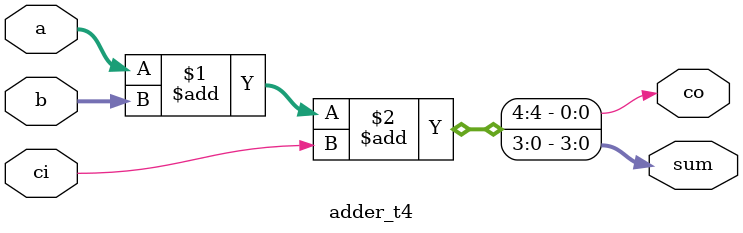
<source format=sv>
module adder_t4 (co, sum, a, b, ci);
output co;
output [3:0] sum;
input [3:0] a, b;
input ci;
  
  
// In  adder_t4 code, e first a-input change occurs at time 15, which causes an 
// output event to be scheduled for time 27, but a change on the b-input and two 
// more changes on the a-input at times 17, 19 and 21 respectively, cause three 
// new output events to be scheduled. Only the last output event actually completes 
// and the outputs are assigned at time 33.

// **Continuous assignments do not "queue up" output assignments, they only keep track of the 
// next output value and when it will occur; therefore, continuous assignments model combinational 
// logic with inertial delays**.  
  
  
assign #12 {co, sum} = a + b + ci;
endmodule

</source>
